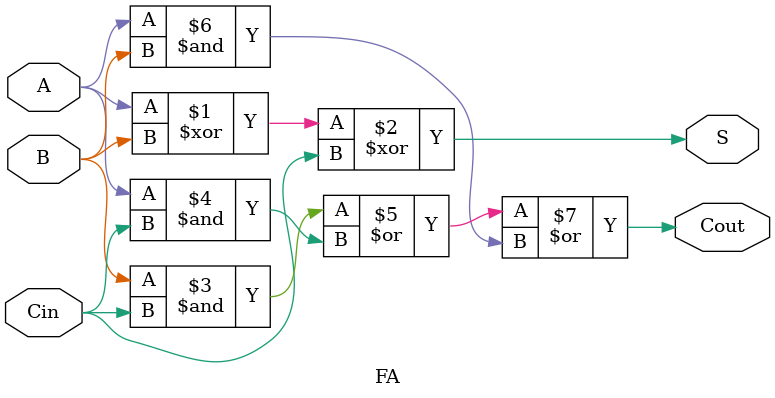
<source format=v>
module FA(A, B, Cin, S, Cout);
input A,B,Cin;
output S,Cout;
assign S = (A^B)^Cin;
assign Cout = (B&Cin)|(A&Cin)|(A&B);
endmodule
</source>
